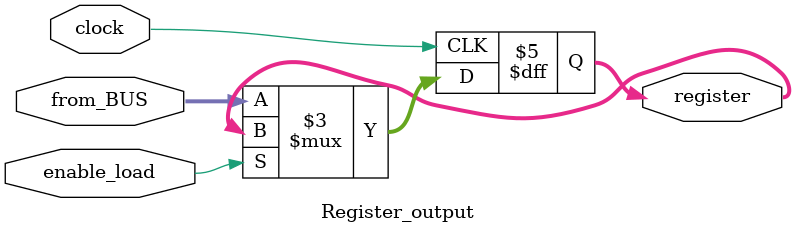
<source format=v>

/*
Register loads 8 bits from bus using the from_BUS bits when enable_load == LOW

Register data always available on output 8 bits display 
*/

module Register_output(from_BUS, register, enable_load, clock);
  
  input enable_load, clock;
  input [7:0] from_BUS;
  
  output reg[7:0] register;
  
  always @(posedge clock) begin
    
    if (enable_load == 1'b0)
      register <= from_BUS;

  end
    
endmodule

</source>
